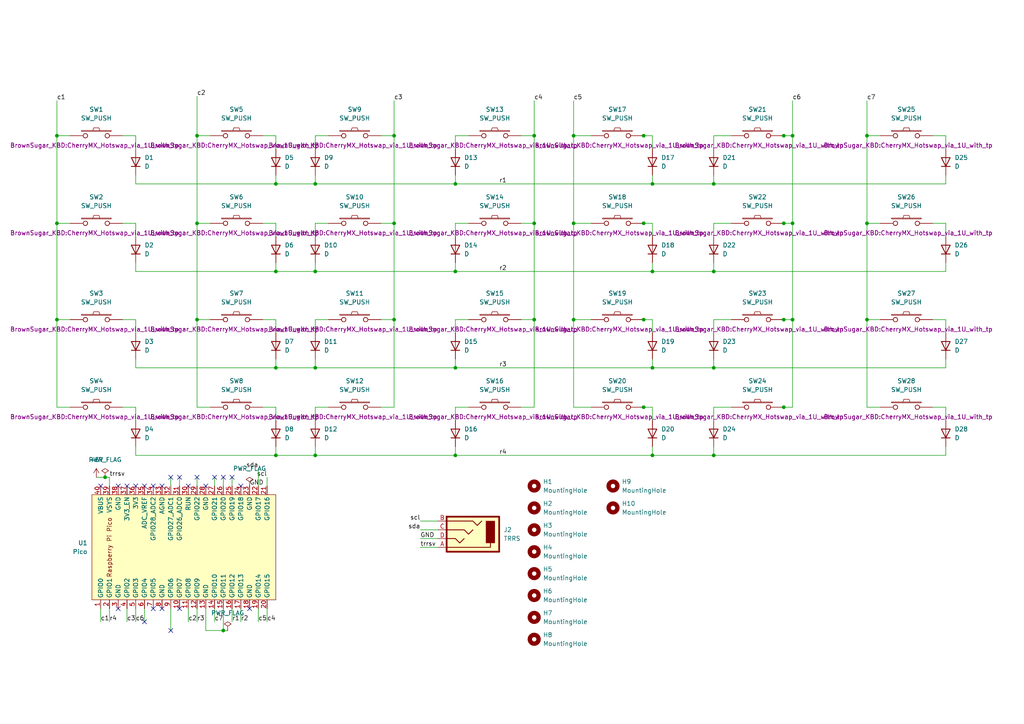
<source format=kicad_sch>
(kicad_sch (version 20231120) (generator "eeschema") (generator_version "8.0")
  (paper "A4")
  (lib_symbols
    (symbol "BrownSugar_KBD:SW_PUSH" (pin_numbers hide) (pin_names (offset 1.016) hide)
      (property "Reference" "SW" (at 3.81 2.794 0))
      (property "Value" "SW_PUSH" (at 0 -2.032 0))
      (symbol "SW_PUSH_0_1"
        (rectangle (start -4.318 1.27) (end 4.318 1.524))
        (polyline (pts (xy -1.016 1.524) (xy -0.762 2.286) (xy 0.762 2.286) (xy 1.016 1.524)))
        (pin passive inverted (at -7.62 0 0) (length 5.08) (name "1") (number "1"))
        (pin passive inverted (at 7.62 0 180) (length 5.08) (name "2") (number "2"))
      )
    )
    (symbol "BrownSugar_KBD:TRRS" (pin_names (offset 1.016))
      (property "Reference" "J" (at 0 8.89 0))
      (property "Value" "TRRS" (at 0 6.35 0))
      (symbol "TRRS_0_1"
        (rectangle (start -7.62 5.08) (end 7.62 -5.08) (stroke (width 0.508)) (fill (type background)))
        (rectangle (start -6.35 2.54) (end -3.81 -3.81) (stroke (width 0.127)) (fill (type outline)))
        (polyline (pts (xy 7.62 3.81) (xy -5.08 3.81) (xy -5.08 2.54)) (stroke (width 0.254)))
        (polyline (pts (xy 7.62 -3.81) (xy 0 -3.81) (xy -1.27 -2.54) (xy -2.54 -3.81)) (stroke (width 0.254)))
        (polyline (pts (xy 7.62 -1.27) (xy 2.54 -1.27) (xy 1.27 0) (xy 0 -1.27)) (stroke (width 0.254)))
        (polyline (pts (xy 7.62 1.27) (xy 5.08 1.27) (xy 3.81 2.54) (xy 2.54 1.27)) (stroke (width 0.254)))
      )
      (symbol "TRRS_1_1"
        (pin bidirectional line (at 10.16 3.81 180) (length 2.54) (name "~") (number "A"))
        (pin bidirectional line (at 10.16 -3.81 180) (length 2.54) (name "~") (number "B"))
        (pin bidirectional line (at 10.16 -1.27 180) (length 2.54) (name "~") (number "C"))
        (pin bidirectional line (at 10.16 1.27 180) (length 2.54) (name "~") (number "D"))
      )
    )
    (symbol "Device:D" (pin_numbers hide) (pin_names (offset 1.016) hide)
      (property "Reference" "D" (at 0 2.54 0))
      (property "Value" "D" (at 0 -2.54 0))
      (symbol "D_0_1"
        (polyline (pts (xy -1.27 1.27) (xy -1.27 -1.27)) (stroke (width 0.254)))
        (polyline (pts (xy 1.27 0) (xy -1.27 0)))
        (polyline (pts (xy 1.27 1.27) (xy 1.27 -1.27) (xy -1.27 0) (xy 1.27 1.27)) (stroke (width 0.254)))
      )
      (symbol "D_1_1"
        (pin passive line (at -3.81 0 0) (length 2.54) (name "K") (number "1"))
        (pin passive line (at 3.81 0 180) (length 2.54) (name "A") (number "2"))
      )
    )
    (symbol "MCU_RaspberryPi_and_Boards:Pico"
      (property "Reference" "U" (at -13.97 27.94 0))
      (property "Value" "Pico" (at 0 19.05 0))
      (symbol "Pico_0_0"
        (text "Raspberry Pi Pico" (at 0 21.59 0) (effects (font (size 1.27 1.27))))
      )
      (symbol "Pico_0_1"
        (rectangle (start -15.24 26.67) (end 15.24 -26.67) (fill (type background)))
      )
      (symbol "Pico_1_1"
        (pin bidirectional line (at -17.78 24.13 0) (length 2.54) (name "GPIO0") (number "1"))
        (pin bidirectional line (at -17.78 1.27 0) (length 2.54) (name "GPIO7") (number "10"))
        (pin bidirectional line (at -17.78 -1.27 0) (length 2.54) (name "GPIO8") (number "11"))
        (pin bidirectional line (at -17.78 -3.81 0) (length 2.54) (name "GPIO9") (number "12"))
        (pin power_in line (at -17.78 -6.35 0) (length 2.54) (name "GND") (number "13"))
        (pin bidirectional line (at -17.78 -8.89 0) (length 2.54) (name "GPIO10") (number "14"))
        (pin bidirectional line (at -17.78 -11.43 0) (length 2.54) (name "GPIO11") (number "15"))
        (pin bidirectional line (at -17.78 -13.97 0) (length 2.54) (name "GPIO12") (number "16"))
        (pin bidirectional line (at -17.78 -16.51 0) (length 2.54) (name "GPIO13") (number "17"))
        (pin power_in line (at -17.78 -19.05 0) (length 2.54) (name "GND") (number "18"))
        (pin bidirectional line (at -17.78 -21.59 0) (length 2.54) (name "GPIO14") (number "19"))
        (pin bidirectional line (at -17.78 21.59 0) (length 2.54) (name "GPIO1") (number "2"))
        (pin bidirectional line (at -17.78 -24.13 0) (length 2.54) (name "GPIO15") (number "20"))
        (pin bidirectional line (at 17.78 -24.13 180) (length 2.54) (name "GPIO16") (number "21"))
        (pin bidirectional line (at 17.78 -21.59 180) (length 2.54) (name "GPIO17") (number "22"))
        (pin power_in line (at 17.78 -19.05 180) (length 2.54) (name "GND") (number "23"))
        (pin bidirectional line (at 17.78 -16.51 180) (length 2.54) (name "GPIO18") (number "24"))
        (pin bidirectional line (at 17.78 -13.97 180) (length 2.54) (name "GPIO19") (number "25"))
        (pin bidirectional line (at 17.78 -11.43 180) (length 2.54) (name "GPIO20") (number "26"))
        (pin bidirectional line (at 17.78 -8.89 180) (length 2.54) (name "GPIO21") (number "27"))
        (pin power_in line (at 17.78 -6.35 180) (length 2.54) (name "GND") (number "28"))
        (pin bidirectional line (at 17.78 -3.81 180) (length 2.54) (name "GPIO22") (number "29"))
        (pin power_in line (at -17.78 19.05 0) (length 2.54) (name "GND") (number "3"))
        (pin input line (at 17.78 -1.27 180) (length 2.54) (name "RUN") (number "30"))
        (pin bidirectional line (at 17.78 1.27 180) (length 2.54) (name "GPIO26_ADC0") (number "31"))
        (pin bidirectional line (at 17.78 3.81 180) (length 2.54) (name "GPIO27_ADC1") (number "32"))
        (pin power_in line (at 17.78 6.35 180) (length 2.54) (name "AGND") (number "33"))
        (pin bidirectional line (at 17.78 8.89 180) (length 2.54) (name "GPIO28_ADC2") (number "34"))
        (pin power_in line (at 17.78 11.43 180) (length 2.54) (name "ADC_VREF") (number "35"))
        (pin power_in line (at 17.78 13.97 180) (length 2.54) (name "3V3") (number "36"))
        (pin input line (at 17.78 16.51 180) (length 2.54) (name "3V3_EN") (number "37"))
        (pin bidirectional line (at 17.78 19.05 180) (length 2.54) (name "GND") (number "38"))
        (pin power_in line (at 17.78 21.59 180) (length 2.54) (name "VSYS") (number "39"))
        (pin bidirectional line (at -17.78 16.51 0) (length 2.54) (name "GPIO2") (number "4"))
        (pin power_in line (at 17.78 24.13 180) (length 2.54) (name "VBUS") (number "40"))
        (pin bidirectional line (at -17.78 13.97 0) (length 2.54) (name "GPIO3") (number "5"))
        (pin bidirectional line (at -17.78 11.43 0) (length 2.54) (name "GPIO4") (number "6"))
        (pin bidirectional line (at -17.78 8.89 0) (length 2.54) (name "GPIO5") (number "7"))
        (pin power_in line (at -17.78 6.35 0) (length 2.54) (name "GND") (number "8"))
        (pin bidirectional line (at -17.78 3.81 0) (length 2.54) (name "GPIO6") (number "9"))
      )
    )
    (symbol "Mechanical:MountingHole" (pin_names (offset 1.016)) (exclude_from_sim yes) (in_bom no)
      (property "Reference" "H" (at 0 5.08 0))
      (property "Value" "MountingHole" (at 0 3.175 0))
      (symbol "MountingHole_0_1"
        (circle (center 0 0) (radius 1.27) (stroke (width 1.27)))
      )
    )
    (symbol "power:+5V" (power) (pin_numbers hide) (pin_names (offset 0) hide)
      (property "Value" "+5V" (at 0 3.556 0))
      (symbol "+5V_0_1"
        (polyline (pts (xy -0.762 1.27) (xy 0 2.54)))
        (polyline (pts (xy 0 0) (xy 0 2.54)))
        (polyline (pts (xy 0 2.54) (xy 0.762 1.27)))
      )
      (symbol "+5V_1_1"
        (pin power_in line (at 0 0 90) (length 0) (name "~") (number "1"))
      )
    )
    (symbol "power:PWR_FLAG" (power) (pin_numbers hide) (pin_names (offset 0) hide)
      (property "Value" "PWR_FLAG" (at 0 3.81 0))
      (symbol "PWR_FLAG_0_0"
        (pin power_out line (at 0 0 90) (length 0) (name "~") (number "1"))
      )
      (symbol "PWR_FLAG_0_1"
        (polyline (pts (xy 0 0) (xy 0 1.27) (xy -1.016 1.905) (xy 0 2.54) (xy 1.016 1.905) (xy 0 1.27)))
      )
    )
  )
  (junction (at 166.37 64.77))
  (junction (at 227.33 39.37))
  (junction (at 227.33 118.11))
  (junction (at 57.15 64.77))
  (junction (at 166.37 39.37))
  (junction (at 154.94 39.37))
  (junction (at 227.33 64.77))
  (junction (at 80.01 106.68))
  (junction (at 16.51 39.37))
  (junction (at 207.01 132.08))
  (junction (at 189.23 132.08))
  (junction (at 207.01 106.68))
  (junction (at 80.01 53.34))
  (junction (at 189.23 53.34))
  (junction (at 16.51 92.71))
  (junction (at 30.48 138.43))
  (junction (at 132.08 78.74))
  (junction (at 91.44 78.74))
  (junction (at 229.87 39.37))
  (junction (at 229.87 64.77))
  (junction (at 186.69 39.37))
  (junction (at 186.69 118.11))
  (junction (at 154.94 64.77))
  (junction (at 227.33 92.71))
  (junction (at 57.15 39.37))
  (junction (at 64.77 182.88))
  (junction (at 80.01 78.74))
  (junction (at 132.08 106.68))
  (junction (at 57.15 92.71))
  (junction (at 186.69 92.71))
  (junction (at 114.3 92.71))
  (junction (at 166.37 92.71))
  (junction (at 91.44 106.68))
  (junction (at 207.01 78.74))
  (junction (at 132.08 132.08))
  (junction (at 114.3 39.37))
  (junction (at 91.44 53.34))
  (junction (at 91.44 132.08))
  (junction (at 229.87 92.71))
  (junction (at 189.23 78.74))
  (junction (at 114.3 64.77))
  (junction (at 189.23 106.68))
  (junction (at 207.01 53.34))
  (junction (at 251.46 64.77))
  (junction (at 132.08 53.34))
  (junction (at 251.46 39.37))
  (junction (at 251.46 92.71))
  (junction (at 154.94 92.71))
  (junction (at 80.01 132.08))
  (junction (at 186.69 64.77))
  (junction (at 16.51 64.77))
  (no_connect (at 67.31 138.43))
  (no_connect (at 52.07 138.43))
  (no_connect (at 39.37 140.97))
  (no_connect (at 41.91 140.97))
  (no_connect (at 36.83 140.97))
  (no_connect (at 62.23 138.43))
  (no_connect (at 34.29 140.97))
  (no_connect (at 34.29 176.53))
  (no_connect (at 49.53 182.88))
  (no_connect (at 44.45 140.97))
  (no_connect (at 46.99 140.97))
  (no_connect (at 72.39 176.53))
  (no_connect (at 29.21 140.97))
  (no_connect (at 41.91 180.34))
  (no_connect (at 46.99 176.53))
  (no_connect (at 59.69 140.97))
  (no_connect (at 64.77 138.43))
  (no_connect (at 52.07 176.53))
  (no_connect (at 57.15 138.43))
  (no_connect (at 44.45 176.53))
  (no_connect (at 54.61 140.97))
  (no_connect (at 69.85 140.97))
  (no_connect (at 49.53 138.43))
  (wire (pts (xy 189.23 104.14) (xy 189.23 106.68)))
  (wire (pts (xy 226.06 64.77) (xy 227.33 64.77)))
  (wire (pts (xy 274.32 118.11) (xy 274.32 121.92)))
  (wire (pts (xy 166.37 64.77) (xy 171.45 64.77)))
  (wire (pts (xy 110.49 118.11) (xy 114.3 118.11)))
  (wire (pts (xy 274.32 129.54) (xy 274.32 132.08)))
  (wire (pts (xy 16.51 39.37) (xy 20.32 39.37)))
  (wire (pts (xy 127 151.13) (xy 121.92 151.13)))
  (wire (pts (xy 166.37 92.71) (xy 171.45 92.71)))
  (wire (pts (xy 274.32 104.14) (xy 274.32 106.68)))
  (wire (pts (xy 39.37 118.11) (xy 39.37 121.92)))
  (wire (pts (xy 35.56 39.37) (xy 39.37 39.37)))
  (wire (pts (xy 80.01 104.14) (xy 80.01 106.68)))
  (wire (pts (xy 189.23 106.68) (xy 207.01 106.68)))
  (wire (pts (xy 57.15 64.77) (xy 57.15 92.71)))
  (wire (pts (xy 91.44 92.71) (xy 95.25 92.71)))
  (wire (pts (xy 229.87 64.77) (xy 229.87 92.71)))
  (wire (pts (xy 132.08 129.54) (xy 132.08 132.08)))
  (wire (pts (xy 132.08 92.71) (xy 135.89 92.71)))
  (wire (pts (xy 91.44 39.37) (xy 91.44 43.18)))
  (wire (pts (xy 67.31 138.43) (xy 67.31 140.97)))
  (wire (pts (xy 185.42 64.77) (xy 186.69 64.77)))
  (wire (pts (xy 39.37 50.8) (xy 39.37 53.34)))
  (wire (pts (xy 251.46 64.77) (xy 251.46 92.71)))
  (wire (pts (xy 227.33 92.71) (xy 229.87 92.71)))
  (wire (pts (xy 207.01 118.11) (xy 212.09 118.11)))
  (wire (pts (xy 274.32 39.37) (xy 274.32 43.18)))
  (wire (pts (xy 186.69 118.11) (xy 189.23 118.11)))
  (wire (pts (xy 189.23 53.34) (xy 207.01 53.34)))
  (wire (pts (xy 39.37 78.74) (xy 80.01 78.74)))
  (wire (pts (xy 39.37 132.08) (xy 80.01 132.08)))
  (wire (pts (xy 189.23 78.74) (xy 207.01 78.74)))
  (wire (pts (xy 227.33 64.77) (xy 229.87 64.77)))
  (wire (pts (xy 166.37 64.77) (xy 166.37 92.71)))
  (wire (pts (xy 114.3 29.21) (xy 114.3 39.37)))
  (wire (pts (xy 91.44 92.71) (xy 91.44 96.52)))
  (wire (pts (xy 186.69 39.37) (xy 189.23 39.37)))
  (wire (pts (xy 31.75 138.43) (xy 31.75 140.97)))
  (wire (pts (xy 132.08 53.34) (xy 189.23 53.34)))
  (wire (pts (xy 132.08 106.68) (xy 189.23 106.68)))
  (wire (pts (xy 57.15 64.77) (xy 60.96 64.77)))
  (wire (pts (xy 151.13 118.11) (xy 154.94 118.11)))
  (wire (pts (xy 132.08 118.11) (xy 132.08 121.92)))
  (wire (pts (xy 54.61 176.53) (xy 54.61 180.34)))
  (wire (pts (xy 251.46 92.71) (xy 251.46 118.11)))
  (wire (pts (xy 39.37 92.71) (xy 39.37 96.52)))
  (wire (pts (xy 154.94 29.21) (xy 154.94 39.37)))
  (wire (pts (xy 76.2 118.11) (xy 80.01 118.11)))
  (wire (pts (xy 16.51 92.71) (xy 16.51 118.11)))
  (wire (pts (xy 62.23 138.43) (xy 62.23 140.97)))
  (wire (pts (xy 189.23 64.77) (xy 189.23 68.58)))
  (wire (pts (xy 189.23 50.8) (xy 189.23 53.34)))
  (wire (pts (xy 229.87 92.71) (xy 229.87 118.11)))
  (wire (pts (xy 132.08 50.8) (xy 132.08 53.34)))
  (wire (pts (xy 91.44 118.11) (xy 95.25 118.11)))
  (wire (pts (xy 80.01 78.74) (xy 91.44 78.74)))
  (wire (pts (xy 132.08 104.14) (xy 132.08 106.68)))
  (wire (pts (xy 62.23 180.34) (xy 62.23 176.53)))
  (wire (pts (xy 27.94 138.43) (xy 30.48 138.43)))
  (wire (pts (xy 77.47 180.34) (xy 77.47 176.53)))
  (wire (pts (xy 91.44 78.74) (xy 132.08 78.74)))
  (wire (pts (xy 251.46 92.71) (xy 255.27 92.71)))
  (wire (pts (xy 114.3 39.37) (xy 114.3 64.77)))
  (wire (pts (xy 91.44 76.2) (xy 91.44 78.74)))
  (wire (pts (xy 35.56 64.77) (xy 39.37 64.77)))
  (wire (pts (xy 189.23 92.71) (xy 189.23 96.52)))
  (wire (pts (xy 186.69 92.71) (xy 189.23 92.71)))
  (wire (pts (xy 127 153.67) (xy 121.92 153.67)))
  (wire (pts (xy 80.01 106.68) (xy 91.44 106.68)))
  (wire (pts (xy 132.08 76.2) (xy 132.08 78.74)))
  (wire (pts (xy 154.94 39.37) (xy 154.94 64.77)))
  (wire (pts (xy 49.53 138.43) (xy 49.53 140.97)))
  (wire (pts (xy 207.01 129.54) (xy 207.01 132.08)))
  (wire (pts (xy 132.08 118.11) (xy 135.89 118.11)))
  (wire (pts (xy 185.42 92.71) (xy 186.69 92.71)))
  (wire (pts (xy 186.69 64.77) (xy 189.23 64.77)))
  (wire (pts (xy 132.08 64.77) (xy 132.08 68.58)))
  (wire (pts (xy 207.01 64.77) (xy 212.09 64.77)))
  (wire (pts (xy 189.23 39.37) (xy 189.23 43.18)))
  (wire (pts (xy 207.01 50.8) (xy 207.01 53.34)))
  (wire (pts (xy 185.42 39.37) (xy 186.69 39.37)))
  (wire (pts (xy 229.87 39.37) (xy 229.87 64.77)))
  (wire (pts (xy 207.01 118.11) (xy 207.01 121.92)))
  (wire (pts (xy 39.37 53.34) (xy 80.01 53.34)))
  (wire (pts (xy 91.44 129.54) (xy 91.44 132.08)))
  (wire (pts (xy 151.13 64.77) (xy 154.94 64.77)))
  (wire (pts (xy 64.77 182.88) (xy 64.77 176.53)))
  (wire (pts (xy 185.42 118.11) (xy 186.69 118.11)))
  (wire (pts (xy 39.37 129.54) (xy 39.37 132.08)))
  (wire (pts (xy 251.46 64.77) (xy 255.27 64.77)))
  (wire (pts (xy 151.13 92.71) (xy 154.94 92.71)))
  (wire (pts (xy 74.93 135.89) (xy 74.93 140.97)))
  (wire (pts (xy 49.53 176.53) (xy 49.53 182.88)))
  (wire (pts (xy 274.32 64.77) (xy 274.32 68.58)))
  (wire (pts (xy 91.44 39.37) (xy 95.25 39.37)))
  (wire (pts (xy 39.37 39.37) (xy 39.37 43.18)))
  (wire (pts (xy 226.06 39.37) (xy 227.33 39.37)))
  (wire (pts (xy 110.49 92.71) (xy 114.3 92.71)))
  (wire (pts (xy 207.01 92.71) (xy 212.09 92.71)))
  (wire (pts (xy 16.51 39.37) (xy 16.51 64.77)))
  (wire (pts (xy 16.51 118.11) (xy 20.32 118.11)))
  (wire (pts (xy 91.44 64.77) (xy 95.25 64.77)))
  (wire (pts (xy 274.32 92.71) (xy 274.32 96.52)))
  (wire (pts (xy 41.91 176.53) (xy 41.91 180.34)))
  (wire (pts (xy 80.01 118.11) (xy 80.01 121.92)))
  (wire (pts (xy 154.94 92.71) (xy 154.94 118.11)))
  (wire (pts (xy 91.44 53.34) (xy 132.08 53.34)))
  (wire (pts (xy 57.15 92.71) (xy 57.15 118.11)))
  (wire (pts (xy 76.2 92.71) (xy 80.01 92.71)))
  (wire (pts (xy 80.01 50.8) (xy 80.01 53.34)))
  (wire (pts (xy 166.37 92.71) (xy 166.37 118.11)))
  (wire (pts (xy 127 156.21) (xy 121.92 156.21)))
  (wire (pts (xy 110.49 39.37) (xy 114.3 39.37)))
  (wire (pts (xy 154.94 64.77) (xy 154.94 92.71)))
  (wire (pts (xy 207.01 39.37) (xy 207.01 43.18)))
  (wire (pts (xy 39.37 76.2) (xy 39.37 78.74)))
  (wire (pts (xy 80.01 129.54) (xy 80.01 132.08)))
  (wire (pts (xy 35.56 118.11) (xy 39.37 118.11)))
  (wire (pts (xy 207.01 106.68) (xy 274.32 106.68)))
  (wire (pts (xy 132.08 64.77) (xy 135.89 64.77)))
  (wire (pts (xy 189.23 118.11) (xy 189.23 121.92)))
  (wire (pts (xy 189.23 129.54) (xy 189.23 132.08)))
  (wire (pts (xy 207.01 76.2) (xy 207.01 78.74)))
  (wire (pts (xy 80.01 53.34) (xy 91.44 53.34)))
  (wire (pts (xy 226.06 118.11) (xy 227.33 118.11)))
  (wire (pts (xy 270.51 39.37) (xy 274.32 39.37)))
  (wire (pts (xy 251.46 118.11) (xy 255.27 118.11)))
  (wire (pts (xy 132.08 132.08) (xy 189.23 132.08)))
  (wire (pts (xy 226.06 92.71) (xy 227.33 92.71)))
  (wire (pts (xy 166.37 118.11) (xy 171.45 118.11)))
  (wire (pts (xy 207.01 64.77) (xy 207.01 68.58)))
  (wire (pts (xy 16.51 92.71) (xy 20.32 92.71)))
  (wire (pts (xy 64.77 182.88) (xy 66.04 182.88)))
  (wire (pts (xy 207.01 92.71) (xy 207.01 96.52)))
  (wire (pts (xy 80.01 132.08) (xy 91.44 132.08)))
  (wire (pts (xy 59.69 182.88) (xy 64.77 182.88)))
  (wire (pts (xy 132.08 78.74) (xy 189.23 78.74)))
  (wire (pts (xy 207.01 78.74) (xy 274.32 78.74)))
  (wire (pts (xy 91.44 106.68) (xy 132.08 106.68)))
  (wire (pts (xy 189.23 76.2) (xy 189.23 78.74)))
  (wire (pts (xy 132.08 92.71) (xy 132.08 96.52)))
  (wire (pts (xy 57.15 39.37) (xy 60.96 39.37)))
  (wire (pts (xy 39.37 64.77) (xy 39.37 68.58)))
  (wire (pts (xy 91.44 104.14) (xy 91.44 106.68)))
  (wire (pts (xy 91.44 64.77) (xy 91.44 68.58)))
  (wire (pts (xy 80.01 64.77) (xy 80.01 68.58)))
  (wire (pts (xy 57.15 138.43) (xy 57.15 140.97)))
  (wire (pts (xy 80.01 39.37) (xy 80.01 43.18)))
  (wire (pts (xy 39.37 106.68) (xy 80.01 106.68)))
  (wire (pts (xy 229.87 29.21) (xy 229.87 39.37)))
  (wire (pts (xy 274.32 50.8) (xy 274.32 53.34)))
  (wire (pts (xy 110.49 64.77) (xy 114.3 64.77)))
  (wire (pts (xy 39.37 176.53) (xy 39.37 180.34)))
  (wire (pts (xy 67.31 176.53) (xy 67.31 180.34)))
  (wire (pts (xy 16.51 29.21) (xy 16.51 39.37)))
  (wire (pts (xy 35.56 92.71) (xy 39.37 92.71)))
  (wire (pts (xy 59.69 182.88) (xy 59.69 176.53)))
  (wire (pts (xy 270.51 64.77) (xy 274.32 64.77)))
  (wire (pts (xy 227.33 39.37) (xy 229.87 39.37)))
  (wire (pts (xy 16.51 64.77) (xy 16.51 92.71)))
  (wire (pts (xy 69.85 176.53) (xy 69.85 180.34)))
  (wire (pts (xy 77.47 138.43) (xy 77.47 140.97)))
  (wire (pts (xy 132.08 39.37) (xy 135.89 39.37)))
  (wire (pts (xy 227.33 118.11) (xy 229.87 118.11)))
  (wire (pts (xy 91.44 118.11) (xy 91.44 121.92)))
  (wire (pts (xy 207.01 53.34) (xy 274.32 53.34)))
  (wire (pts (xy 207.01 132.08) (xy 274.32 132.08)))
  (wire (pts (xy 80.01 92.71) (xy 80.01 96.52)))
  (wire (pts (xy 76.2 64.77) (xy 80.01 64.77)))
  (wire (pts (xy 74.93 180.34) (xy 74.93 176.53)))
  (wire (pts (xy 64.77 138.43) (xy 64.77 140.97)))
  (wire (pts (xy 166.37 39.37) (xy 166.37 64.77)))
  (wire (pts (xy 57.15 27.94) (xy 57.15 39.37)))
  (wire (pts (xy 80.01 76.2) (xy 80.01 78.74)))
  (wire (pts (xy 57.15 92.71) (xy 60.96 92.71)))
  (wire (pts (xy 189.23 132.08) (xy 207.01 132.08)))
  (wire (pts (xy 76.2 39.37) (xy 80.01 39.37)))
  (wire (pts (xy 151.13 39.37) (xy 154.94 39.37)))
  (wire (pts (xy 132.08 39.37) (xy 132.08 43.18)))
  (wire (pts (xy 57.15 180.34) (xy 57.15 176.53)))
  (wire (pts (xy 114.3 64.77) (xy 114.3 92.71)))
  (wire (pts (xy 57.15 118.11) (xy 60.96 118.11)))
  (wire (pts (xy 31.75 176.53) (xy 31.75 180.34)))
  (wire (pts (xy 270.51 92.71) (xy 274.32 92.71)))
  (wire (pts (xy 274.32 76.2) (xy 274.32 78.74)))
  (wire (pts (xy 207.01 39.37) (xy 212.09 39.37)))
  (wire (pts (xy 57.15 39.37) (xy 57.15 64.77)))
  (wire (pts (xy 36.83 176.53) (xy 36.83 180.34)))
  (wire (pts (xy 114.3 92.71) (xy 114.3 118.11)))
  (wire (pts (xy 91.44 50.8) (xy 91.44 53.34)))
  (wire (pts (xy 251.46 29.21) (xy 251.46 39.37)))
  (wire (pts (xy 207.01 104.14) (xy 207.01 106.68)))
  (wire (pts (xy 39.37 104.14) (xy 39.37 106.68)))
  (wire (pts (xy 16.51 64.77) (xy 20.32 64.77)))
  (wire (pts (xy 270.51 118.11) (xy 274.32 118.11)))
  (wire (pts (xy 166.37 29.21) (xy 166.37 39.37)))
  (wire (pts (xy 251.46 39.37) (xy 251.46 64.77)))
  (wire (pts (xy 52.07 138.43) (xy 52.07 140.97)))
  (wire (pts (xy 30.48 138.43) (xy 31.75 138.43)))
  (wire (pts (xy 166.37 39.37) (xy 171.45 39.37)))
  (wire (pts (xy 127 158.75) (xy 121.92 158.75)))
  (wire (pts (xy 91.44 132.08) (xy 132.08 132.08)))
  (wire (pts (xy 29.21 176.53) (xy 29.21 180.34)))
  (wire (pts (xy 251.46 39.37) (xy 255.27 39.37)))
  (label "c2" (at 57.15 27.94 0))
  (label "c6" (at 229.87 29.21 0))
  (label "r1" (at 67.31 180.34 0))
  (label "c3" (at 36.83 180.34 0))
  (label "c3" (at 114.3 29.21 0))
  (label "trrsv" (at 121.92 158.75 0))
  (label "sda" (at 74.93 135.89 180))
  (label "c1" (at 16.51 29.21 0))
  (label "c4" (at 154.94 29.21 0))
  (label "GND" (at 72.39 140.97 0))
  (label "c6" (at 39.37 180.34 0))
  (label "c5" (at 166.37 29.21 0))
  (label "c7" (at 62.23 180.34 0))
  (label "r4" (at 31.75 180.34 0))
  (label "r2" (at 144.78 78.74 0))
  (label "GND" (at 121.92 156.21 0))
  (label "sda" (at 121.92 153.67 180))
  (label "c2" (at 54.61 180.34 0))
  (label "r3" (at 57.15 180.34 0))
  (label "r4" (at 144.78 132.08 0))
  (label "r2" (at 69.85 180.34 0))
  (label "r3" (at 144.78 106.68 0))
  (label "r1" (at 144.78 53.34 0))
  (label "trrsv" (at 31.75 138.43 0))
  (label "c4" (at 77.47 180.34 0))
  (label "c1" (at 29.21 180.34 0))
  (label "c7" (at 251.46 29.21 0))
  (label "c5" (at 74.93 180.34 0))
  (label "scl" (at 121.92 151.13 180))
  (label "scl" (at 77.47 138.43 180))
  (symbol (lib_id "Device:D") (at 132.08 46.99 90) (unit 1)
    (property "Reference" "D13" (at 134.62 45.7199 90) (effects (justify right)))
    (property "Value" "D" (at 134.62 48.2599 90) (effects (justify right)))
    (property "Footprint" "Diode_THT:D_DO-15_P15.24mm_Horizontal" (effects (hide yes)))
    (property "Description" "Diode" (effects (hide yes)))
    (property "Sim.Device" "D" (effects (hide yes)))
    (property "Sim.Pins" "1=K 2=A" (effects (hide yes)))
  )
  (symbol (lib_id "BrownSugar_KBD:SW_PUSH") (at 262.89 39.37 0) (unit 1)
    (property "Reference" "SW25" (at 262.89 31.75 0))
    (property "Value" "SW_PUSH" (at 262.89 34.29 0))
    (property "Footprint" "BrownSugar_KBD:CherryMX_Hotswap_via_1U_with_tp" (at 263.398 42.164 0))
  )
  (symbol (lib_id "BrownSugar_KBD:SW_PUSH") (at 68.58 118.11 0) (mirror y) (unit 1)
    (property "Reference" "SW8" (at 68.58 110.49 0))
    (property "Value" "SW_PUSH" (at 68.58 113.03 0))
    (property "Footprint" "BrownSugar_KBD:CherryMX_Hotswap_via_1U_with_tp" (at 68.072 120.904 0))
  )
  (symbol (lib_id "Mechanical:MountingHole") (at 154.94 179.07 0) (unit 1) (exclude_from_sim yes) (in_bom no)
    (property "Reference" "H7" (at 157.48 177.7999 0) (effects (justify left)))
    (property "Value" "MountingHole" (at 157.48 180.3399 0) (effects (justify left)))
    (property "Footprint" "BrownSugar_KBD:mountinghole_M2" (effects (hide yes)))
    (property "Description" "Mounting Hole without connection" (effects (hide yes)))
  )
  (symbol (lib_id "Device:D") (at 91.44 46.99 90) (unit 1)
    (property "Reference" "D9" (at 93.98 45.7199 90) (effects (justify right)))
    (property "Value" "D" (at 93.98 48.2599 90) (effects (justify right)))
    (property "Footprint" "Diode_THT:D_DO-34_SOD68_P10.16mm_Horizontal" (effects (hide yes)))
    (property "Description" "Diode" (effects (hide yes)))
    (property "Sim.Device" "D" (effects (hide yes)))
    (property "Sim.Pins" "1=K 2=A" (effects (hide yes)))
  )
  (symbol (lib_id "BrownSugar_KBD:SW_PUSH") (at 143.51 118.11 0) (mirror y) (unit 1)
    (property "Reference" "SW16" (at 143.51 110.49 0))
    (property "Value" "SW_PUSH" (at 143.51 113.03 0))
    (property "Footprint" "BrownSugar_KBD:CherryMX_Hotswap_via_1U_with_tp" (at 143.002 120.904 0))
  )
  (symbol (lib_id "BrownSugar_KBD:SW_PUSH") (at 219.71 92.71 0) (unit 1)
    (property "Reference" "SW23" (at 219.71 85.09 0))
    (property "Value" "SW_PUSH" (at 219.71 87.63 0))
    (property "Footprint" "BrownSugar_KBD:CherryMX_Hotswap_via_1U_with_tp" (at 220.218 95.504 0))
  )
  (symbol (lib_id "Device:D") (at 274.32 46.99 90) (unit 1)
    (property "Reference" "D25" (at 276.86 45.7199 90) (effects (justify right)))
    (property "Value" "D" (at 276.86 48.2599 90) (effects (justify right)))
    (property "Footprint" "Diode_THT:D_DO-34_SOD68_P12.70mm_Horizontal" (effects (hide yes)))
    (property "Description" "Diode" (effects (hide yes)))
    (property "Sim.Device" "D" (effects (hide yes)))
    (property "Sim.Pins" "1=K 2=A" (effects (hide yes)))
  )
  (symbol (lib_id "Device:D") (at 189.23 46.99 90) (unit 1)
    (property "Reference" "D17" (at 191.77 45.7199 90) (effects (justify right)))
    (property "Value" "D" (at 191.77 48.2599 90) (effects (justify right)))
    (property "Footprint" "Diode_THT:D_DO-34_SOD68_P12.70mm_Horizontal" (effects (hide yes)))
    (property "Description" "Diode" (effects (hide yes)))
    (property "Sim.Device" "D" (effects (hide yes)))
    (property "Sim.Pins" "1=K 2=A" (effects (hide yes)))
  )
  (symbol (lib_id "Device:D") (at 207.01 100.33 90) (unit 1)
    (property "Reference" "D23" (at 209.55 99.0599 90) (effects (justify right)))
    (property "Value" "D" (at 209.55 101.5999 90) (effects (justify right)))
    (property "Footprint" "Diode_THT:D_DO-34_SOD68_P10.16mm_Horizontal" (effects (hide yes)))
    (property "Description" "Diode" (effects (hide yes)))
    (property "Sim.Device" "D" (effects (hide yes)))
    (property "Sim.Pins" "1=K 2=A" (effects (hide yes)))
  )
  (symbol (lib_id "BrownSugar_KBD:SW_PUSH") (at 68.58 39.37 0) (mirror y) (unit 1)
    (property "Reference" "SW5" (at 68.58 31.75 0))
    (property "Value" "SW_PUSH" (at 68.58 34.29 0))
    (property "Footprint" "BrownSugar_KBD:CherryMX_Hotswap_via_1U_with_tp" (at 68.072 42.164 0))
  )
  (symbol (lib_id "BrownSugar_KBD:SW_PUSH") (at 219.71 39.37 0) (unit 1)
    (property "Reference" "SW21" (at 219.71 31.75 0))
    (property "Value" "SW_PUSH" (at 219.71 34.29 0))
    (property "Footprint" "BrownSugar_KBD:CherryMX_Hotswap_via_1U_with_tp" (at 220.218 42.164 0))
  )
  (symbol (lib_id "Device:D") (at 207.01 125.73 90) (unit 1)
    (property "Reference" "D24" (at 209.55 124.4599 90) (effects (justify right)))
    (property "Value" "D" (at 209.55 126.9999 90) (effects (justify right)))
    (property "Footprint" "Diode_THT:D_DO-34_SOD68_P7.62mm_Horizontal" (effects (hide yes)))
    (property "Description" "Diode" (effects (hide yes)))
    (property "Sim.Device" "D" (effects (hide yes)))
    (property "Sim.Pins" "1=K 2=A" (effects (hide yes)))
  )
  (symbol (lib_id "BrownSugar_KBD:SW_PUSH") (at 102.87 118.11 0) (mirror y) (unit 1)
    (property "Reference" "SW12" (at 102.87 110.49 0))
    (property "Value" "SW_PUSH" (at 102.87 113.03 0))
    (property "Footprint" "BrownSugar_KBD:CherryMX_Hotswap_via_1U_with_tp" (at 102.362 120.904 0))
  )
  (symbol (lib_id "BrownSugar_KBD:SW_PUSH") (at 27.94 118.11 0) (mirror y) (unit 1)
    (property "Reference" "SW4" (at 27.94 110.49 0))
    (property "Value" "SW_PUSH" (at 27.94 113.03 0))
    (property "Footprint" "BrownSugar_KBD:CherryMX_Hotswap_via_1U_with_tp" (at 27.432 120.904 0))
  )
  (symbol (lib_id "Mechanical:MountingHole") (at 154.94 140.97 0) (unit 1) (exclude_from_sim yes) (in_bom no)
    (property "Reference" "H1" (at 157.48 139.6999 0) (effects (justify left)))
    (property "Value" "MountingHole" (at 157.48 142.2399 0) (effects (justify left)))
    (property "Footprint" "BrownSugar_KBD:mountinghole_M2" (effects (hide yes)))
    (property "Description" "Mounting Hole without connection" (effects (hide yes)))
  )
  (symbol (lib_id "Device:D") (at 91.44 100.33 90) (unit 1)
    (property "Reference" "D11" (at 93.98 99.0599 90) (effects (justify right)))
    (property "Value" "D" (at 93.98 101.5999 90) (effects (justify right)))
    (property "Footprint" "Diode_THT:D_DO-34_SOD68_P10.16mm_Horizontal" (effects (hide yes)))
    (property "Description" "Diode" (effects (hide yes)))
    (property "Sim.Device" "D" (effects (hide yes)))
    (property "Sim.Pins" "1=K 2=A" (effects (hide yes)))
  )
  (symbol (lib_id "Device:D") (at 274.32 72.39 90) (unit 1)
    (property "Reference" "D26" (at 276.86 71.1199 90) (effects (justify right)))
    (property "Value" "D" (at 276.86 73.6599 90) (effects (justify right)))
    (property "Footprint" "Diode_THT:D_DO-34_SOD68_P12.70mm_Horizontal" (effects (hide yes)))
    (property "Description" "Diode" (effects (hide yes)))
    (property "Sim.Device" "D" (effects (hide yes)))
    (property "Sim.Pins" "1=K 2=A" (effects (hide yes)))
  )
  (symbol (lib_id "Device:D") (at 189.23 125.73 90) (unit 1)
    (property "Reference" "D20" (at 191.77 124.4599 90) (effects (justify right)))
    (property "Value" "D" (at 191.77 126.9999 90) (effects (justify right)))
    (property "Footprint" "Diode_THT:D_DO-34_SOD68_P12.70mm_Horizontal" (effects (hide yes)))
    (property "Description" "Diode" (effects (hide yes)))
    (property "Sim.Device" "D" (effects (hide yes)))
    (property "Sim.Pins" "1=K 2=A" (effects (hide yes)))
  )
  (symbol (lib_id "Device:D") (at 80.01 46.99 90) (unit 1)
    (property "Reference" "D5" (at 82.55 45.7199 90) (effects (justify right)))
    (property "Value" "D" (at 82.55 48.2599 90) (effects (justify right)))
    (property "Footprint" "Diode_THT:D_DO-34_SOD68_P7.62mm_Horizontal" (effects (hide yes)))
    (property "Description" "Diode" (effects (hide yes)))
    (property "Sim.Device" "D" (effects (hide yes)))
    (property "Sim.Pins" "1=K 2=A" (effects (hide yes)))
  )
  (symbol (lib_id "BrownSugar_KBD:SW_PUSH") (at 27.94 92.71 0) (mirror y) (unit 1)
    (property "Reference" "SW3" (at 27.94 85.09 0))
    (property "Value" "SW_PUSH" (at 27.94 87.63 0))
    (property "Footprint" "BrownSugar_KBD:CherryMX_Hotswap_via_1U_with_tp" (at 27.432 95.504 0))
  )
  (symbol (lib_id "Device:D") (at 39.37 46.99 90) (unit 1)
    (property "Reference" "D1" (at 41.91 45.7199 90) (effects (justify right)))
    (property "Value" "D" (at 41.91 48.2599 90) (effects (justify right)))
    (property "Footprint" "Diode_THT:D_DO-34_SOD68_P12.70mm_Horizontal" (effects (hide yes)))
    (property "Description" "Diode" (effects (hide yes)))
    (property "Sim.Device" "D" (effects (hide yes)))
    (property "Sim.Pins" "1=K 2=A" (effects (hide yes)))
  )
  (symbol (lib_id "BrownSugar_KBD:SW_PUSH") (at 219.71 64.77 0) (unit 1)
    (property "Reference" "SW22" (at 219.71 57.15 0))
    (property "Value" "SW_PUSH" (at 219.71 59.69 0))
    (property "Footprint" "BrownSugar_KBD:CherryMX_Hotswap_via_1U_with_tp" (at 220.218 67.564 0))
  )
  (symbol (lib_id "Mechanical:MountingHole") (at 177.8 147.32 0) (unit 1) (exclude_from_sim yes) (in_bom no)
    (property "Reference" "H10" (at 180.34 146.0499 0) (effects (justify left)))
    (property "Value" "MountingHole" (at 180.34 148.5899 0) (effects (justify left)))
    (property "Footprint" "BrownSugar_KBD:mountinghole_M2" (effects (hide yes)))
    (property "Description" "Mounting Hole without connection" (effects (hide yes)))
  )
  (symbol (lib_id "BrownSugar_KBD:SW_PUSH") (at 68.58 64.77 0) (mirror y) (unit 1)
    (property "Reference" "SW6" (at 68.58 57.15 0))
    (property "Value" "SW_PUSH" (at 68.58 59.69 0))
    (property "Footprint" "BrownSugar_KBD:CherryMX_Hotswap_via_1U_with_tp" (at 68.072 67.564 0))
  )
  (symbol (lib_id "Device:D") (at 80.01 72.39 90) (unit 1)
    (property "Reference" "D6" (at 82.55 71.1199 90) (effects (justify right)))
    (property "Value" "D" (at 82.55 73.6599 90) (effects (justify right)))
    (property "Footprint" "Diode_THT:D_DO-34_SOD68_P10.16mm_Horizontal" (effects (hide yes)))
    (property "Description" "Diode" (effects (hide yes)))
    (property "Sim.Device" "D" (effects (hide yes)))
    (property "Sim.Pins" "1=K 2=A" (effects (hide yes)))
  )
  (symbol (lib_id "Mechanical:MountingHole") (at 154.94 147.32 0) (unit 1) (exclude_from_sim yes) (in_bom no)
    (property "Reference" "H2" (at 157.48 146.0499 0) (effects (justify left)))
    (property "Value" "MountingHole" (at 157.48 148.5899 0) (effects (justify left)))
    (property "Footprint" "BrownSugar_KBD:mountinghole_M2" (effects (hide yes)))
    (property "Description" "Mounting Hole without connection" (effects (hide yes)))
  )
  (symbol (lib_id "BrownSugar_KBD:SW_PUSH") (at 262.89 118.11 0) (unit 1)
    (property "Reference" "SW28" (at 262.89 110.49 0))
    (property "Value" "SW_PUSH" (at 262.89 113.03 0))
    (property "Footprint" "BrownSugar_KBD:CherryMX_Hotswap_via_1U_with_tp" (at 263.398 120.904 0))
  )
  (symbol (lib_id "BrownSugar_KBD:SW_PUSH") (at 102.87 64.77 0) (mirror y) (unit 1)
    (property "Reference" "SW10" (at 102.87 57.15 0))
    (property "Value" "SW_PUSH" (at 102.87 59.69 0))
    (property "Footprint" "BrownSugar_KBD:CherryMX_Hotswap_via_1U_with_tp" (at 102.362 67.564 0))
  )
  (symbol (lib_id "Mechanical:MountingHole") (at 154.94 185.42 0) (unit 1) (exclude_from_sim yes) (in_bom no)
    (property "Reference" "H8" (at 157.48 184.1499 0) (effects (justify left)))
    (property "Value" "MountingHole" (at 157.48 186.6899 0) (effects (justify left)))
    (property "Footprint" "BrownSugar_KBD:mountinghole_M2" (effects (hide yes)))
    (property "Description" "Mounting Hole without connection" (effects (hide yes)))
  )
  (symbol (lib_id "BrownSugar_KBD:SW_PUSH") (at 143.51 39.37 0) (mirror y) (unit 1)
    (property "Reference" "SW13" (at 143.51 31.75 0))
    (property "Value" "SW_PUSH" (at 143.51 34.29 0))
    (property "Footprint" "BrownSugar_KBD:CherryMX_Hotswap_via_1U_with_tp" (at 143.002 42.164 0))
  )
  (symbol (lib_id "Mechanical:MountingHole") (at 177.8 140.97 0) (unit 1) (exclude_from_sim yes) (in_bom no)
    (property "Reference" "H9" (at 180.34 139.6999 0) (effects (justify left)))
    (property "Value" "MountingHole" (at 180.34 142.2399 0) (effects (justify left)))
    (property "Footprint" "BrownSugar_KBD:mountinghole_M2" (effects (hide yes)))
    (property "Description" "Mounting Hole without connection" (effects (hide yes)))
  )
  (symbol (lib_id "BrownSugar_KBD:SW_PUSH") (at 262.89 92.71 0) (unit 1)
    (property "Reference" "SW27" (at 262.89 85.09 0))
    (property "Value" "SW_PUSH" (at 262.89 87.63 0))
    (property "Footprint" "BrownSugar_KBD:CherryMX_Hotswap_via_1U_with_tp" (at 263.398 95.504 0))
  )
  (symbol (lib_id "BrownSugar_KBD:SW_PUSH") (at 179.07 118.11 0) (unit 1)
    (property "Reference" "SW20" (at 179.07 110.49 0))
    (property "Value" "SW_PUSH" (at 179.07 113.03 0))
    (property "Footprint" "BrownSugar_KBD:CherryMX_Hotswap_via_1U_with_tp" (at 179.578 120.904 0))
  )
  (symbol (lib_id "power:PWR_FLAG") (at 72.39 140.97 0) (unit 1)
    (property "Reference" "#FLG01" (effects (hide yes)))
    (property "Value" "PWR_FLAG" (at 72.39 135.89 0))
    (property "Description" "Special symbol for telling ERC where power comes from" (effects (hide yes)))
  )
  (symbol (lib_id "Device:D") (at 274.32 125.73 90) (unit 1)
    (property "Reference" "D28" (at 276.86 124.4599 90) (effects (justify right)))
    (property "Value" "D" (at 276.86 126.9999 90) (effects (justify right)))
    (property "Footprint" "Diode_THT:D_DO-34_SOD68_P12.70mm_Horizontal" (effects (hide yes)))
    (property "Description" "Diode" (effects (hide yes)))
    (property "Sim.Device" "D" (effects (hide yes)))
    (property "Sim.Pins" "1=K 2=A" (effects (hide yes)))
  )
  (symbol (lib_id "BrownSugar_KBD:SW_PUSH") (at 102.87 39.37 0) (mirror y) (unit 1)
    (property "Reference" "SW9" (at 102.87 31.75 0))
    (property "Value" "SW_PUSH" (at 102.87 34.29 0))
    (property "Footprint" "BrownSugar_KBD:CherryMX_Hotswap_via_1U_with_tp" (at 102.362 42.164 0))
  )
  (symbol (lib_id "Mechanical:MountingHole") (at 154.94 166.37 0) (unit 1) (exclude_from_sim yes) (in_bom no)
    (property "Reference" "H5" (at 157.48 165.0999 0) (effects (justify left)))
    (property "Value" "MountingHole" (at 157.48 167.6399 0) (effects (justify left)))
    (property "Footprint" "BrownSugar_KBD:mountinghole_M2" (effects (hide yes)))
    (property "Description" "Mounting Hole without connection" (effects (hide yes)))
  )
  (symbol (lib_id "Mechanical:MountingHole") (at 154.94 153.67 0) (unit 1) (exclude_from_sim yes) (in_bom no)
    (property "Reference" "H3" (at 157.48 152.3999 0) (effects (justify left)))
    (property "Value" "MountingHole" (at 157.48 154.9399 0) (effects (justify left)))
    (property "Footprint" "BrownSugar_KBD:mountinghole_M2" (effects (hide yes)))
    (property "Description" "Mounting Hole without connection" (effects (hide yes)))
  )
  (symbol (lib_id "BrownSugar_KBD:SW_PUSH") (at 27.94 39.37 0) (mirror y) (unit 1)
    (property "Reference" "SW1" (at 27.94 31.75 0))
    (property "Value" "SW_PUSH" (at 27.94 34.29 0))
    (property "Footprint" "BrownSugar_KBD:CherryMX_Hotswap_via_1U_with_tp" (at 27.432 42.164 0))
  )
  (symbol (lib_id "BrownSugar_KBD:SW_PUSH") (at 68.58 92.71 0) (mirror y) (unit 1)
    (property "Reference" "SW7" (at 68.58 85.09 0))
    (property "Value" "SW_PUSH" (at 68.58 87.63 0))
    (property "Footprint" "BrownSugar_KBD:CherryMX_Hotswap_via_1U_with_tp" (at 68.072 95.504 0))
  )
  (symbol (lib_id "Device:D") (at 39.37 100.33 90) (unit 1)
    (property "Reference" "D3" (at 41.91 99.0599 90) (effects (justify right)))
    (property "Value" "D" (at 41.91 101.5999 90) (effects (justify right)))
    (property "Footprint" "Diode_THT:D_DO-34_SOD68_P12.70mm_Horizontal" (effects (hide yes)))
    (property "Description" "Diode" (effects (hide yes)))
    (property "Sim.Device" "D" (effects (hide yes)))
    (property "Sim.Pins" "1=K 2=A" (effects (hide yes)))
  )
  (symbol (lib_id "Device:D") (at 207.01 46.99 90) (unit 1)
    (property "Reference" "D21" (at 209.55 45.7199 90) (effects (justify right)))
    (property "Value" "D" (at 209.55 48.2599 90) (effects (justify right)))
    (property "Footprint" "Diode_THT:D_DO-34_SOD68_P10.16mm_Horizontal" (effects (hide yes)))
    (property "Description" "Diode" (effects (hide yes)))
    (property "Sim.Device" "D" (effects (hide yes)))
    (property "Sim.Pins" "1=K 2=A" (effects (hide yes)))
  )
  (symbol (lib_id "Device:D") (at 91.44 125.73 90) (unit 1)
    (property "Reference" "D12" (at 93.98 124.4599 90) (effects (justify right)))
    (property "Value" "D" (at 93.98 126.9999 90) (effects (justify right)))
    (property "Footprint" "Diode_THT:D_DO-34_SOD68_P7.62mm_Horizontal" (effects (hide yes)))
    (property "Description" "Diode" (effects (hide yes)))
    (property "Sim.Device" "D" (effects (hide yes)))
    (property "Sim.Pins" "1=K 2=A" (effects (hide yes)))
  )
  (symbol (lib_id "Device:D") (at 189.23 72.39 90) (unit 1)
    (property "Reference" "D18" (at 191.77 71.1199 90) (effects (justify right)))
    (property "Value" "D" (at 191.77 73.6599 90) (effects (justify right)))
    (property "Footprint" "Diode_THT:D_DO-34_SOD68_P12.70mm_Horizontal" (effects (hide yes)))
    (property "Description" "Diode" (effects (hide yes)))
    (property "Sim.Device" "D" (effects (hide yes)))
    (property "Sim.Pins" "1=K 2=A" (effects (hide yes)))
  )
  (symbol (lib_id "BrownSugar_KBD:SW_PUSH") (at 143.51 92.71 0) (mirror y) (unit 1)
    (property "Reference" "SW15" (at 143.51 85.09 0))
    (property "Value" "SW_PUSH" (at 143.51 87.63 0))
    (property "Footprint" "BrownSugar_KBD:CherryMX_Hotswap_via_1U_with_tp" (at 143.002 95.504 0))
  )
  (symbol (lib_id "Device:D") (at 39.37 125.73 90) (unit 1)
    (property "Reference" "D4" (at 41.91 124.4599 90) (effects (justify right)))
    (property "Value" "D" (at 41.91 126.9999 90) (effects (justify right)))
    (property "Footprint" "Diode_THT:D_DO-15_P15.24mm_Horizontal" (effects (hide yes)))
    (property "Description" "Diode" (effects (hide yes)))
    (property "Sim.Device" "D" (effects (hide yes)))
    (property "Sim.Pins" "1=K 2=A" (effects (hide yes)))
  )
  (symbol (lib_id "Device:D") (at 80.01 100.33 90) (unit 1)
    (property "Reference" "D7" (at 82.55 99.0599 90) (effects (justify right)))
    (property "Value" "D" (at 82.55 101.5999 90) (effects (justify right)))
    (property "Footprint" "Diode_THT:D_DO-34_SOD68_P7.62mm_Horizontal" (effects (hide yes)))
    (property "Description" "Diode" (effects (hide yes)))
    (property "Sim.Device" "D" (effects (hide yes)))
    (property "Sim.Pins" "1=K 2=A" (effects (hide yes)))
  )
  (symbol (lib_id "Device:D") (at 274.32 100.33 90) (unit 1)
    (property "Reference" "D27" (at 276.86 99.0599 90) (effects (justify right)))
    (property "Value" "D" (at 276.86 101.5999 90) (effects (justify right)))
    (property "Footprint" "Diode_THT:D_DO-34_SOD68_P12.70mm_Horizontal" (effects (hide yes)))
    (property "Description" "Diode" (effects (hide yes)))
    (property "Sim.Device" "D" (effects (hide yes)))
    (property "Sim.Pins" "1=K 2=A" (effects (hide yes)))
  )
  (symbol (lib_id "BrownSugar_KBD:SW_PUSH") (at 262.89 64.77 0) (unit 1)
    (property "Reference" "SW26" (at 262.89 57.15 0))
    (property "Value" "SW_PUSH" (at 262.89 59.69 0))
    (property "Footprint" "BrownSugar_KBD:CherryMX_Hotswap_via_1U_with_tp" (at 263.398 67.564 0))
  )
  (symbol (lib_id "BrownSugar_KBD:TRRS") (at 137.16 154.94 180) (unit 1)
    (property "Reference" "J2" (at 146.05 153.6699 0) (effects (justify right)))
    (property "Value" "TRRS" (at 146.05 156.2099 0) (effects (justify right)))
    (property "Footprint" "BrownSugar_KBD:TRRS_PJ-320A" (effects (hide yes)))
  )
  (symbol (lib_id "BrownSugar_KBD:SW_PUSH") (at 143.51 64.77 0) (mirror y) (unit 1)
    (property "Reference" "SW14" (at 143.51 57.15 0))
    (property "Value" "SW_PUSH" (at 143.51 59.69 0))
    (property "Footprint" "BrownSugar_KBD:CherryMX_Hotswap_via_1U_with_tp" (at 143.002 67.564 0))
  )
  (symbol (lib_id "BrownSugar_KBD:SW_PUSH") (at 219.71 118.11 0) (unit 1)
    (property "Reference" "SW24" (at 219.71 110.49 0))
    (property "Value" "SW_PUSH" (at 219.71 113.03 0))
    (property "Footprint" "BrownSugar_KBD:CherryMX_Hotswap_via_1U_with_tp" (at 220.218 120.904 0))
  )
  (symbol (lib_id "Device:D") (at 189.23 100.33 90) (unit 1)
    (property "Reference" "D19" (at 191.77 99.0599 90) (effects (justify right)))
    (property "Value" "D" (at 191.77 101.5999 90) (effects (justify right)))
    (property "Footprint" "Diode_THT:D_DO-34_SOD68_P12.70mm_Horizontal" (effects (hide yes)))
    (property "Description" "Diode" (effects (hide yes)))
    (property "Sim.Device" "D" (effects (hide yes)))
    (property "Sim.Pins" "1=K 2=A" (effects (hide yes)))
  )
  (symbol (lib_id "power:PWR_FLAG") (at 66.04 182.88 0) (unit 1)
    (property "Reference" "#FLG02" (effects (hide yes)))
    (property "Value" "PWR_FLAG" (at 66.04 177.8 0))
    (property "Description" "Special symbol for telling ERC where power comes from" (effects (hide yes)))
  )
  (symbol (lib_id "BrownSugar_KBD:SW_PUSH") (at 179.07 92.71 0) (unit 1)
    (property "Reference" "SW19" (at 179.07 85.09 0))
    (property "Value" "SW_PUSH" (at 179.07 87.63 0))
    (property "Footprint" "BrownSugar_KBD:CherryMX_Hotswap_via_1U_with_tp" (at 179.578 95.504 0))
  )
  (symbol (lib_id "Device:D") (at 39.37 72.39 90) (unit 1)
    (property "Reference" "D2" (at 41.91 71.1199 90) (effects (justify right)))
    (property "Value" "D" (at 41.91 73.6599 90) (effects (justify right)))
    (property "Footprint" "Diode_THT:D_DO-15_P15.24mm_Horizontal" (effects (hide yes)))
    (property "Description" "Diode" (effects (hide yes)))
    (property "Sim.Device" "D" (effects (hide yes)))
    (property "Sim.Pins" "1=K 2=A" (effects (hide yes)))
  )
  (symbol (lib_id "Device:D") (at 132.08 100.33 90) (unit 1)
    (property "Reference" "D15" (at 134.62 99.0599 90) (effects (justify right)))
    (property "Value" "D" (at 134.62 101.5999 90) (effects (justify right)))
    (property "Footprint" "Diode_THT:D_DO-15_P15.24mm_Horizontal" (effects (hide yes)))
    (property "Description" "Diode" (effects (hide yes)))
    (property "Sim.Device" "D" (effects (hide yes)))
    (property "Sim.Pins" "1=K 2=A" (effects (hide yes)))
  )
  (symbol (lib_id "Device:D") (at 132.08 125.73 90) (unit 1)
    (property "Reference" "D16" (at 134.62 124.4599 90) (effects (justify right)))
    (property "Value" "D" (at 134.62 126.9999 90) (effects (justify right)))
    (property "Footprint" "Diode_THT:D_DO-34_SOD68_P12.70mm_Horizontal" (effects (hide yes)))
    (property "Description" "Diode" (effects (hide yes)))
    (property "Sim.Device" "D" (effects (hide yes)))
    (property "Sim.Pins" "1=K 2=A" (effects (hide yes)))
  )
  (symbol (lib_id "BrownSugar_KBD:SW_PUSH") (at 27.94 64.77 0) (mirror y) (unit 1)
    (property "Reference" "SW2" (at 27.94 57.15 0))
    (property "Value" "SW_PUSH" (at 27.94 59.69 0))
    (property "Footprint" "BrownSugar_KBD:CherryMX_Hotswap_via_1U_with_tp" (at 27.432 67.564 0))
  )
  (symbol (lib_id "Device:D") (at 80.01 125.73 90) (unit 1)
    (property "Reference" "D8" (at 82.55 124.4599 90) (effects (justify right)))
    (property "Value" "D" (at 82.55 126.9999 90) (effects (justify right)))
    (property "Footprint" "Diode_THT:D_DO-34_SOD68_P10.16mm_Horizontal" (effects (hide yes)))
    (property "Description" "Diode" (effects (hide yes)))
    (property "Sim.Device" "D" (effects (hide yes)))
    (property "Sim.Pins" "1=K 2=A" (effects (hide yes)))
  )
  (symbol (lib_id "Device:D") (at 207.01 72.39 90) (unit 1)
    (property "Reference" "D22" (at 209.55 71.1199 90) (effects (justify right)))
    (property "Value" "D" (at 209.55 73.6599 90) (effects (justify right)))
    (property "Footprint" "Diode_THT:D_DO-34_SOD68_P7.62mm_Horizontal" (effects (hide yes)))
    (property "Description" "Diode" (effects (hide yes)))
    (property "Sim.Device" "D" (effects (hide yes)))
    (property "Sim.Pins" "1=K 2=A" (effects (hide yes)))
  )
  (symbol (lib_id "Device:D") (at 91.44 72.39 90) (unit 1)
    (property "Reference" "D10" (at 93.98 71.1199 90) (effects (justify right)))
    (property "Value" "D" (at 93.98 73.6599 90) (effects (justify right)))
    (property "Footprint" "Diode_THT:D_DO-34_SOD68_P7.62mm_Horizontal" (effects (hide yes)))
    (property "Description" "Diode" (effects (hide yes)))
    (property "Sim.Device" "D" (effects (hide yes)))
    (property "Sim.Pins" "1=K 2=A" (effects (hide yes)))
  )
  (symbol (lib_id "Mechanical:MountingHole") (at 154.94 160.02 0) (unit 1) (exclude_from_sim yes) (in_bom no)
    (property "Reference" "H4" (at 157.48 158.7499 0) (effects (justify left)))
    (property "Value" "MountingHole" (at 157.48 161.2899 0) (effects (justify left)))
    (property "Footprint" "BrownSugar_KBD:mountinghole_M2" (effects (hide yes)))
    (property "Description" "Mounting Hole without connection" (effects (hide yes)))
  )
  (symbol (lib_id "MCU_RaspberryPi_and_Boards:Pico") (at 53.34 158.75 90) (unit 1)
    (property "Reference" "U1" (at 25.4 157.4799 90) (effects (justify left)))
    (property "Value" "Pico" (at 25.4 160.0199 90) (effects (justify left)))
    (property "Footprint" "MCU_RaspberryPi_and_Boards:RPi_Pico_SMD_TH_NO_DEBUG" (effects (hide yes)))
  )
  (symbol (lib_id "power:PWR_FLAG") (at 30.48 138.43 0) (unit 1)
    (property "Reference" "#FLG03" (effects (hide yes)))
    (property "Value" "PWR_FLAG" (at 30.48 133.35 0))
    (property "Description" "Special symbol for telling ERC where power comes from" (effects (hide yes)))
  )
  (symbol (lib_id "Mechanical:MountingHole") (at 154.94 172.72 0) (unit 1) (exclude_from_sim yes) (in_bom no)
    (property "Reference" "H6" (at 157.48 171.4499 0) (effects (justify left)))
    (property "Value" "MountingHole" (at 157.48 173.9899 0) (effects (justify left)))
    (property "Footprint" "BrownSugar_KBD:mountinghole_M2" (effects (hide yes)))
    (property "Description" "Mounting Hole without connection" (effects (hide yes)))
  )
  (symbol (lib_id "BrownSugar_KBD:SW_PUSH") (at 179.07 64.77 0) (unit 1)
    (property "Reference" "SW18" (at 179.07 57.15 0))
    (property "Value" "SW_PUSH" (at 179.07 59.69 0))
    (property "Footprint" "BrownSugar_KBD:CherryMX_Hotswap_via_1U_with_tp" (at 179.578 67.564 0))
  )
  (symbol (lib_id "Device:D") (at 132.08 72.39 90) (unit 1)
    (property "Reference" "D14" (at 134.62 71.1199 90) (effects (justify right)))
    (property "Value" "D" (at 134.62 73.6599 90) (effects (justify right)))
    (property "Footprint" "Diode_THT:D_DO-34_SOD68_P12.70mm_Horizontal" (effects (hide yes)))
    (property "Description" "Diode" (effects (hide yes)))
    (property "Sim.Device" "D" (effects (hide yes)))
    (property "Sim.Pins" "1=K 2=A" (effects (hide yes)))
  )
  (symbol (lib_id "power:+5V") (at 27.94 138.43 0) (unit 1)
    (property "Reference" "#PWR01" (effects (hide yes)))
    (property "Value" "+5V" (at 27.94 133.35 0))
    (property "Description" "Power symbol creates a global label with name \"+5V\"" (effects (hide yes)))
  )
  (symbol (lib_id "BrownSugar_KBD:SW_PUSH") (at 179.07 39.37 0) (unit 1)
    (property "Reference" "SW17" (at 179.07 31.75 0))
    (property "Value" "SW_PUSH" (at 179.07 34.29 0))
    (property "Footprint" "BrownSugar_KBD:CherryMX_Hotswap_via_1U_with_tp" (at 179.578 42.164 0))
  )
  (symbol (lib_id "BrownSugar_KBD:SW_PUSH") (at 102.87 92.71 0) (mirror y) (unit 1)
    (property "Reference" "SW11" (at 102.87 85.09 0))
    (property "Value" "SW_PUSH" (at 102.87 87.63 0))
    (property "Footprint" "BrownSugar_KBD:CherryMX_Hotswap_via_1U_with_tp" (at 102.362 95.504 0))
  )
)
</source>
